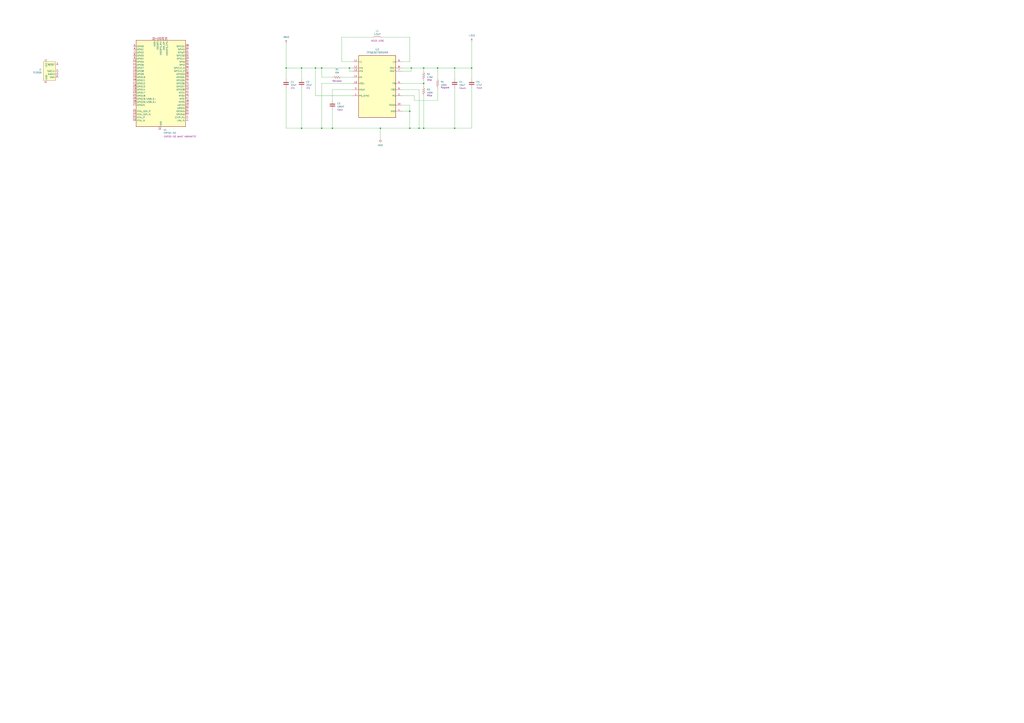
<source format=kicad_sch>
(kicad_sch (version 20231120) (generator "eeschema") (generator_version "8.0")
  (paper "A1")
  (lib_symbols
    (symbol "Connector:Conn_ARM_SWD_TagConnect_TC2030-NL" (in_bom no)
      (property "Reference" "J" (at 2.54 11.43 0))
      (property "Value" "Conn_ARM_SWD_TagConnect_TC2030-NL" (at 2.54 8.89 0))
      (symbol "Conn_ARM_SWD_TagConnect_TC2030-NL_0_0"
        (pin power_in line (at -2.54 10.16 270) (length 2.54) (name "VCC") (number "1"))
        (pin bidirectional line (at 7.62 -2.54 180) (length 2.54) (name "SWDIO") (number "2"))
        (pin open_collector line (at 7.62 5.08 180) (length 2.54) (name "~{RESET}") (number "3"))
        (pin output line (at 7.62 0 180) (length 2.54) (name "SWCLK") (number "4"))
        (pin power_in line (at -2.54 -10.16 90) (length 2.54) (name "GND") (number "5"))
        (pin input line (at 7.62 -5.08 180) (length 2.54) (name "SWO") (number "6"))
      )
      (symbol "Conn_ARM_SWD_TagConnect_TC2030-NL_0_1"
        (rectangle (start -5.08 7.62) (end 5.08 -7.62) (fill (type background)))
      )
    )
    (symbol "Device:C" (pin_numbers hide) (pin_names (offset 0.254))
      (property "Reference" "C" (at 0.635 2.54 0))
      (property "Value" "C" (at 0.635 -2.54 0))
      (symbol "C_0_1"
        (polyline (pts (xy -2.032 -0.762) (xy 2.032 -0.762)) (stroke (width 0.508)))
        (polyline (pts (xy -2.032 0.762) (xy 2.032 0.762)) (stroke (width 0.508)))
      )
      (symbol "C_1_1"
        (pin passive line (at 0 3.81 270) (length 2.794) (name "~") (number "1"))
        (pin passive line (at 0 -3.81 90) (length 2.794) (name "~") (number "2"))
      )
    )
    (symbol "Device:L" (pin_numbers hide) (pin_names (offset 1.016) hide)
      (property "Reference" "L" (at -1.27 0 90))
      (property "Value" "L" (at 1.905 0 90))
      (symbol "L_0_1"
        (arc (start 0 -2.54) (mid 0.6323 -1.905) (end 0 -1.27))
        (arc (start 0 -1.27) (mid 0.6323 -0.635) (end 0 0))
        (arc (start 0 0) (mid 0.6323 0.635) (end 0 1.27))
        (arc (start 0 1.27) (mid 0.6323 1.905) (end 0 2.54))
      )
      (symbol "L_1_1"
        (pin passive line (at 0 3.81 270) (length 1.27) (name "1") (number "1"))
        (pin passive line (at 0 -3.81 90) (length 1.27) (name "2") (number "2"))
      )
    )
    (symbol "Device:R_US" (pin_numbers hide) (pin_names (offset 0))
      (property "Reference" "R" (at 2.54 0 90))
      (property "Value" "R_US" (at -2.54 0 90))
      (symbol "R_US_0_1"
        (polyline (pts (xy 0 -2.286) (xy 0 -2.54)))
        (polyline (pts (xy 0 2.286) (xy 0 2.54)))
        (polyline (pts (xy 0 -0.762) (xy 1.016 -1.143) (xy 0 -1.524) (xy -1.016 -1.905) (xy 0 -2.286)))
        (polyline (pts (xy 0 0.762) (xy 1.016 0.381) (xy 0 0) (xy -1.016 -0.381) (xy 0 -0.762)))
        (polyline (pts (xy 0 2.286) (xy 1.016 1.905) (xy 0 1.524) (xy -1.016 1.143) (xy 0 0.762)))
      )
      (symbol "R_US_1_1"
        (pin passive line (at 0 3.81 270) (length 1.27) (name "~") (number "1"))
        (pin passive line (at 0 -3.81 90) (length 1.27) (name "~") (number "2"))
      )
    )
    (symbol "MCU_Espressif:ESP32-S3"
      (property "Reference" "U" (at 10.16 -38.1 0))
      (property "Value" "ESP32-S3" (at 13.97 -40.64 0))
      (symbol "ESP32-S3_0_1"
        (rectangle (start -20.32 35.56) (end 20.32 -35.56) (stroke (width 0.254)) (fill (type background)))
      )
      (symbol "ESP32-S3_1_0"
        (pin bidirectional line (at 22.86 12.7 180) (length 2.54) (name "SPICLK_N") (number "36"))
        (pin bidirectional line (at 22.86 -10.16 180) (length 2.54) (name "MTDO") (number "45"))
        (pin bidirectional line (at 22.86 -22.86 180) (length 2.54) (name "GPIO45") (number "51"))
        (pin passive line (at -5.08 38.1 270) (length 2.54) hide (name "VDDA") (number "56"))
      )
      (symbol "ESP32-S3_1_1"
        (pin bidirectional line (at 22.86 -30.48 180) (length 2.54) (name "LNA_IN") (number "1"))
        (pin bidirectional line (at -22.86 17.78 0) (length 2.54) (name "GPIO5") (number "10"))
        (pin bidirectional line (at -22.86 15.24 0) (length 2.54) (name "GPIO6") (number "11"))
        (pin bidirectional line (at -22.86 12.7 0) (length 2.54) (name "GPIO7") (number "12"))
        (pin bidirectional line (at -22.86 10.16 0) (length 2.54) (name "GPIO8") (number "13"))
        (pin bidirectional line (at -22.86 7.62 0) (length 2.54) (name "GPIO9") (number "14"))
        (pin bidirectional line (at -22.86 5.08 0) (length 2.54) (name "GPIO10") (number "15"))
        (pin bidirectional line (at -22.86 2.54 0) (length 2.54) (name "GPIO11") (number "16"))
        (pin bidirectional line (at -22.86 0 0) (length 2.54) (name "GPIO12") (number "17"))
        (pin bidirectional line (at -22.86 -2.54 0) (length 2.54) (name "GPIO13") (number "18"))
        (pin bidirectional line (at -22.86 -5.08 0) (length 2.54) (name "GPIO14") (number "19"))
        (pin power_in line (at -2.54 38.1 270) (length 2.54) (name "VDD3P3") (number "2"))
        (pin power_in line (at 0 38.1 270) (length 2.54) (name "VDD3P3_RTC") (number "20"))
        (pin passive line (at -22.86 -22.86 0) (length 2.54) (name "XTAL_32K_P") (number "21"))
        (pin passive line (at -22.86 -25.4 0) (length 2.54) (name "XTAL_32K_N") (number "22"))
        (pin bidirectional line (at -22.86 -7.62 0) (length 2.54) (name "GPIO17") (number "23"))
        (pin bidirectional line (at -22.86 -10.16 0) (length 2.54) (name "GPIO18") (number "24"))
        (pin bidirectional line (at -22.86 -12.7 0) (length 2.54) (name "GPIO19/USB_D-") (number "25"))
        (pin bidirectional line (at -22.86 -15.24 0) (length 2.54) (name "GPIO20/USB_D+") (number "26"))
        (pin bidirectional line (at -22.86 -17.78 0) (length 2.54) (name "GPIO21") (number "27"))
        (pin bidirectional line (at 22.86 30.48 180) (length 2.54) (name "SPICS1") (number "28"))
        (pin power_in line (at 2.54 38.1 270) (length 2.54) (name "VDD_SPI") (number "29"))
        (pin passive line (at -2.54 38.1 270) (length 2.54) hide (name "VDD3P3") (number "3"))
        (pin bidirectional line (at 22.86 27.94 180) (length 2.54) (name "SPIHD") (number "30"))
        (pin bidirectional line (at 22.86 25.4 180) (length 2.54) (name "SPIWP") (number "31"))
        (pin bidirectional line (at 22.86 22.86 180) (length 2.54) (name "SPICS0") (number "32"))
        (pin bidirectional line (at 22.86 20.32 180) (length 2.54) (name "SPICLK") (number "33"))
        (pin bidirectional line (at 22.86 17.78 180) (length 2.54) (name "SPIQ") (number "34"))
        (pin bidirectional line (at 22.86 15.24 180) (length 2.54) (name "SPID") (number "35"))
        (pin bidirectional line (at 22.86 10.16 180) (length 2.54) (name "SPICLK_P") (number "37"))
        (pin bidirectional line (at 22.86 7.62 180) (length 2.54) (name "GPIO33") (number "38"))
        (pin bidirectional line (at 22.86 5.08 180) (length 2.54) (name "GPIO34") (number "39"))
        (pin input line (at 22.86 -27.94 180) (length 2.54) (name "CHIP_PU") (number "4"))
        (pin bidirectional line (at 22.86 2.54 180) (length 2.54) (name "GPIO35") (number "40"))
        (pin bidirectional line (at 22.86 0 180) (length 2.54) (name "GPIO36") (number "41"))
        (pin bidirectional line (at 22.86 -2.54 180) (length 2.54) (name "GPIO37") (number "42"))
        (pin bidirectional line (at 22.86 -5.08 180) (length 2.54) (name "GPIO38") (number "43"))
        (pin bidirectional line (at 22.86 -7.62 180) (length 2.54) (name "MTCK") (number "44"))
        (pin power_in line (at 5.08 38.1 270) (length 2.54) (name "VDD3P3_CPU") (number "46"))
        (pin bidirectional line (at 22.86 -12.7 180) (length 2.54) (name "MTDI") (number "47"))
        (pin bidirectional line (at 22.86 -15.24 180) (length 2.54) (name "MTMS") (number "48"))
        (pin bidirectional line (at 22.86 -17.78 180) (length 2.54) (name "U0TXD") (number "49"))
        (pin bidirectional line (at -22.86 30.48 0) (length 2.54) (name "GPIO0") (number "5"))
        (pin bidirectional line (at 22.86 -20.32 180) (length 2.54) (name "U0RXD") (number "50"))
        (pin bidirectional line (at 22.86 -25.4 180) (length 2.54) (name "GPIO46") (number "52"))
        (pin output line (at -22.86 -30.48 0) (length 2.54) (name "XTAL_N") (number "53"))
        (pin input line (at -22.86 -27.94 0) (length 2.54) (name "XTAL_P") (number "54"))
        (pin power_in line (at -5.08 38.1 270) (length 2.54) (name "VDDA") (number "55"))
        (pin power_in line (at 0 -38.1 90) (length 2.54) (name "GND") (number "57"))
        (pin bidirectional line (at -22.86 27.94 0) (length 2.54) (name "GPIO1") (number "6"))
        (pin bidirectional line (at -22.86 25.4 0) (length 2.54) (name "GPIO2") (number "7"))
        (pin bidirectional line (at -22.86 22.86 0) (length 2.54) (name "GPIO3") (number "8"))
        (pin bidirectional line (at -22.86 20.32 0) (length 2.54) (name "GPIO4") (number "9"))
      )
    )
    (symbol "TI:TPS63070RNMR" (pin_names (offset 0.254))
      (property "Reference" "U" (at 0 2.54 0))
      (property "Value" "TPS63070RNMR" (at 0 0 0))
      (symbol "TPS63070RNMR_0_1"
        (polyline (pts (xy -15.24 -25.4) (xy 15.24 -25.4)) (stroke (width 0.2032)))
        (polyline (pts (xy -15.24 25.4) (xy -15.24 -25.4)) (stroke (width 0.2032)))
        (polyline (pts (xy 15.24 -25.4) (xy 15.24 25.4)) (stroke (width 0.2032)))
        (polyline (pts (xy 15.24 25.4) (xy -15.24 25.4)) (stroke (width 0.2032)))
        (pin input line (at -20.32 -7.62 0) (length 5.08) (name "PS_SYNC") (number "1"))
        (pin power_in line (at 20.32 -15.24 180) (length 5.08) (name "PGND") (number "10"))
        (pin unspecified line (at -20.32 20.32 0) (length 5.08) (name "L1") (number "11"))
        (pin power_in line (at -20.32 15.24 0) (length 5.08) (name "VIN") (number "12"))
        (pin power_in line (at -20.32 12.7 0) (length 5.08) (name "VIN") (number "13"))
        (pin input line (at -20.32 7.62 0) (length 5.08) (name "EN") (number "14"))
        (pin input line (at -20.32 2.54 0) (length 5.08) (name "VSEL") (number "15"))
        (pin open_collector line (at 20.32 -7.62 180) (length 5.08) (name "PG") (number "2"))
        (pin unspecified line (at -20.32 -2.54 0) (length 5.08) (name "VAUX") (number "3"))
        (pin power_in line (at 20.32 -20.32 180) (length 5.08) (name "GND") (number "4"))
        (pin output line (at 20.32 2.54 180) (length 5.08) (name "FB") (number "5"))
        (pin input line (at 20.32 -2.54 180) (length 5.08) (name "FB2") (number "6"))
        (pin power_in line (at 20.32 12.7 180) (length 5.08) (name "VOUT") (number "7"))
        (pin power_in line (at 20.32 15.24 180) (length 5.08) (name "VOUT") (number "8"))
        (pin unspecified line (at 20.32 20.32 180) (length 5.08) (name "L2") (number "9"))
      )
      (symbol "TPS63070RNMR_1_1"
        (rectangle (start -15.24 25.4) (end 15.24 -25.4) (fill (type background)))
      )
    )
    (symbol "power:+3V3" (power) (pin_numbers hide) (pin_names (offset 0) hide)
      (property "Value" "+3V3" (at 0 3.556 0))
      (symbol "+3V3_0_1"
        (polyline (pts (xy -0.762 1.27) (xy 0 2.54)))
        (polyline (pts (xy 0 0) (xy 0 2.54)))
        (polyline (pts (xy 0 2.54) (xy 0.762 1.27)))
      )
      (symbol "+3V3_1_1"
        (pin power_in line (at 0 0 90) (length 0) (name "~") (number "1"))
      )
    )
    (symbol "power:GND" (power) (pin_numbers hide) (pin_names (offset 0) hide)
      (property "Value" "GND" (at 0 -3.81 0))
      (symbol "GND_0_1"
        (polyline (pts (xy 0 0) (xy 0 -1.27) (xy 1.27 -1.27) (xy 0 -2.54) (xy -1.27 -1.27) (xy 0 -1.27)))
      )
      (symbol "GND_1_1"
        (pin power_in line (at 0 0 270) (length 0) (name "~") (number "1"))
      )
    )
    (symbol "power:VBUS" (power) (pin_numbers hide) (pin_names (offset 0) hide)
      (property "Value" "VBUS" (at 0 3.556 0))
      (symbol "VBUS_0_1"
        (polyline (pts (xy -0.762 1.27) (xy 0 2.54)))
        (polyline (pts (xy 0 0) (xy 0 2.54)))
        (polyline (pts (xy 0 2.54) (xy 0.762 1.27)))
      )
      (symbol "VBUS_1_1"
        (pin power_in line (at 0 0 90) (length 0) (name "~") (number "1"))
      )
    )
  )
  (junction (at 344.17 105.41))
  (junction (at 312.42 105.41))
  (junction (at 247.65 105.41))
  (junction (at 359.41 55.88))
  (junction (at 347.98 105.41))
  (junction (at 259.08 55.88))
  (junction (at 247.65 55.88))
  (junction (at 337.82 55.88))
  (junction (at 387.35 55.88))
  (junction (at 264.16 55.88))
  (junction (at 336.55 91.44))
  (junction (at 347.98 68.58))
  (junction (at 287.02 55.88))
  (junction (at 373.38 55.88))
  (junction (at 373.38 105.41))
  (junction (at 264.16 105.41))
  (junction (at 273.05 105.41))
  (junction (at 336.55 105.41))
  (junction (at 347.98 55.88))
  (junction (at 234.95 55.88))
  (wire (pts (xy 373.38 55.88) (xy 373.38 64.77)))
  (wire (pts (xy 359.41 55.88) (xy 373.38 55.88)))
  (wire (pts (xy 264.16 68.58) (xy 264.16 105.41)))
  (wire (pts (xy 347.98 68.58) (xy 347.98 66.04)))
  (wire (pts (xy 247.65 55.88) (xy 234.95 55.88)))
  (wire (pts (xy 340.36 78.74) (xy 340.36 82.55)))
  (wire (pts (xy 387.35 55.88) (xy 387.35 64.77)))
  (wire (pts (xy 330.2 73.66) (xy 344.17 73.66)))
  (wire (pts (xy 373.38 55.88) (xy 387.35 55.88)))
  (wire (pts (xy 264.16 105.41) (xy 273.05 105.41)))
  (wire (pts (xy 336.55 91.44) (xy 336.55 105.41)))
  (wire (pts (xy 359.41 82.55) (xy 359.41 72.39)))
  (wire (pts (xy 259.08 55.88) (xy 247.65 55.88)))
  (wire (pts (xy 359.41 55.88) (xy 359.41 64.77)))
  (wire (pts (xy 280.67 50.8) (xy 289.56 50.8)))
  (wire (pts (xy 373.38 105.41) (xy 387.35 105.41)))
  (wire (pts (xy 273.05 73.66) (xy 289.56 73.66)))
  (wire (pts (xy 344.17 73.66) (xy 344.17 105.41)))
  (wire (pts (xy 234.95 55.88) (xy 234.95 64.77)))
  (wire (pts (xy 344.17 105.41) (xy 347.98 105.41)))
  (wire (pts (xy 330.2 91.44) (xy 336.55 91.44)))
  (wire (pts (xy 289.56 78.74) (xy 259.08 78.74)))
  (wire (pts (xy 234.95 72.39) (xy 234.95 105.41)))
  (wire (pts (xy 273.05 82.55) (xy 273.05 73.66)))
  (wire (pts (xy 337.82 58.42) (xy 337.82 55.88)))
  (wire (pts (xy 264.16 55.88) (xy 259.08 55.88)))
  (wire (pts (xy 234.95 105.41) (xy 247.65 105.41)))
  (wire (pts (xy 280.67 63.5) (xy 289.56 63.5)))
  (wire (pts (xy 247.65 105.41) (xy 264.16 105.41)))
  (wire (pts (xy 337.82 55.88) (xy 347.98 55.88)))
  (wire (pts (xy 312.42 114.3) (xy 312.42 105.41)))
  (wire (pts (xy 264.16 63.5) (xy 264.16 55.88)))
  (wire (pts (xy 280.67 30.48) (xy 280.67 50.8)))
  (wire (pts (xy 273.05 105.41) (xy 312.42 105.41)))
  (wire (pts (xy 312.42 105.41) (xy 336.55 105.41)))
  (wire (pts (xy 387.35 55.88) (xy 387.35 34.29)))
  (wire (pts (xy 330.2 50.8) (xy 336.55 50.8)))
  (wire (pts (xy 347.98 68.58) (xy 347.98 71.12)))
  (wire (pts (xy 273.05 63.5) (xy 264.16 63.5)))
  (wire (pts (xy 340.36 82.55) (xy 359.41 82.55)))
  (wire (pts (xy 373.38 105.41) (xy 373.38 72.39)))
  (wire (pts (xy 259.08 78.74) (xy 259.08 55.88)))
  (wire (pts (xy 273.05 90.17) (xy 273.05 105.41)))
  (wire (pts (xy 330.2 55.88) (xy 337.82 55.88)))
  (wire (pts (xy 330.2 86.36) (xy 336.55 86.36)))
  (wire (pts (xy 347.98 55.88) (xy 359.41 55.88)))
  (wire (pts (xy 247.65 55.88) (xy 247.65 64.77)))
  (wire (pts (xy 336.55 50.8) (xy 336.55 30.48)))
  (wire (pts (xy 336.55 105.41) (xy 344.17 105.41)))
  (wire (pts (xy 330.2 68.58) (xy 347.98 68.58)))
  (wire (pts (xy 387.35 72.39) (xy 387.35 105.41)))
  (wire (pts (xy 289.56 68.58) (xy 264.16 68.58)))
  (wire (pts (xy 289.56 58.42) (xy 287.02 58.42)))
  (wire (pts (xy 347.98 78.74) (xy 347.98 105.41)))
  (wire (pts (xy 336.55 30.48) (xy 313.69 30.48)))
  (wire (pts (xy 287.02 58.42) (xy 287.02 55.88)))
  (wire (pts (xy 347.98 55.88) (xy 347.98 58.42)))
  (wire (pts (xy 336.55 86.36) (xy 336.55 91.44)))
  (wire (pts (xy 234.95 55.88) (xy 234.95 35.56)))
  (wire (pts (xy 330.2 58.42) (xy 337.82 58.42)))
  (wire (pts (xy 289.56 55.88) (xy 287.02 55.88)))
  (wire (pts (xy 330.2 78.74) (xy 340.36 78.74)))
  (wire (pts (xy 247.65 72.39) (xy 247.65 105.41)))
  (wire (pts (xy 347.98 105.41) (xy 373.38 105.41)))
  (wire (pts (xy 306.07 30.48) (xy 280.67 30.48)))
  (wire (pts (xy 287.02 55.88) (xy 264.16 55.88)))
  (symbol (lib_id "Device:C") (at 273.05 86.36 0) (unit 1)
    (property "Reference" "C3" (at 276.86 85.0899 0) (effects (justify left)))
    (property "Value" "100nF" (at 276.86 87.6299 0) (effects (justify left)))
    (property "Footprint" "Capacitor_SMD:C_0402_1005Metric" (effects (hide yes)))
    (property "Description" "Caux" (at 279.4 90.17 0))
    (property "LCSC" "C1525" (effects (hide yes)))
  )
  (symbol (lib_id "Device:C") (at 387.35 68.58 0) (unit 1)
    (property "Reference" "C5" (at 391.16 67.3099 0) (effects (justify left)))
    (property "Value" "47uF" (at 391.16 69.8499 0) (effects (justify left)))
    (property "Footprint" "Capacitor_SMD:C_1206_3216Metric" (effects (hide yes)))
    (property "Description" "Cout" (at 393.7 72.136 0))
    (property "LCSC" " C16780" (effects (hide yes)))
  )
  (symbol (lib_id "Device:C") (at 247.65 68.58 0) (unit 1)
    (property "Reference" "C2" (at 251.46 67.3099 0) (effects (justify left)))
    (property "Value" "22uF" (at 251.46 69.8499 0) (effects (justify left)))
    (property "Footprint" "Capacitor_SMD:C_1206_3216Metric" (effects (hide yes)))
    (property "Description" "Cin" (at 253.238 72.39 0))
    (property "LCSC" "C12891" (effects (hide yes)))
  )
  (symbol (lib_id "Device:L") (at 309.88 30.48 90) (unit 1)
    (property "Reference" "L1" (at 309.88 25.4 90))
    (property "Value" "1.5uH" (at 309.88 27.94 90))
    (property "Footprint" "Inductor_SMD:L_Coilcraft_XAL4020-XXX" (effects (hide yes)))
    (property "Description" "NEED LCSC" (at 310.134 33.528 90))
  )
  (symbol (lib_id "Device:C") (at 234.95 68.58 0) (unit 1)
    (property "Reference" "C1" (at 238.76 67.3099 0) (effects (justify left)))
    (property "Value" "22uF" (at 238.76 69.8499 0) (effects (justify left)))
    (property "Footprint" "Capacitor_SMD:C_1206_3216Metric" (effects (hide yes)))
    (property "Description" "Cin" (at 240.538 72.39 0))
    (property "LCSC" "C12891" (effects (hide yes)))
  )
  (symbol (lib_id "Device:R_US") (at 359.41 68.58 0) (unit 1)
    (property "Reference" "R4" (at 361.95 67.3099 0) (effects (justify left)))
    (property "Value" "100K" (at 361.95 69.8499 0) (effects (justify left)))
    (property "Footprint" "Resistor_SMD:R_0603_1608Metric" (effects (hide yes)))
    (property "Description" "Rpgood" (at 365.506 71.882 0))
    (property "LCSC" "C25803" (effects (hide yes)))
  )
  (symbol (lib_id "TI:TPS63070RNMR") (at 309.88 71.12 0) (unit 1)
    (property "Reference" "U2" (at 309.88 40.64 0) (effects (font (size 1.524 1.524))))
    (property "Value" "TPS63070RNMR" (at 309.88 43.18 0) (effects (font (size 1.524 1.524))))
    (property "Footprint" "TI:RNM0015A" (effects (hide yes)))
    (property "Datasheet" "TPS63070RNMR" (effects (hide yes)))
    (property "LCSC" "C109322" (effects (hide yes)))
  )
  (symbol (lib_id "Device:R_US") (at 347.98 74.93 0) (unit 1)
    (property "Reference" "R3" (at 350.52 73.6599 0) (effects (justify left)))
    (property "Value" "150K" (at 350.52 76.1999 0) (effects (justify left)))
    (property "Footprint" "Resistor_SMD:R_0603_1608Metric" (effects (hide yes)))
    (property "Description" "Rfbb" (at 352.806 78.486 0))
    (property "LCSC" " C22807" (effects (hide yes)))
  )
  (symbol (lib_id "MCU_Espressif:ESP32-S3") (at 132.08 68.58 0) (unit 1)
    (property "Reference" "U1" (at 134.2741 106.68 0) (effects (justify left)))
    (property "Value" "ESP32-S3" (at 134.2741 109.22 0) (effects (justify left)))
    (property "Footprint" "Package_DFN_QFN:QFN-56-1EP_7x7mm_P0.4mm_EP4x4mm" (effects (hide yes)))
    (property "Datasheet" "https://www.espressif.com/sites/default/files/documentation/esp32-s3_datasheet_en.pdf" (effects (hide yes)))
    (property "Description" "ESP32-S3 WHAT VARIANT??" (at 147.828 112.268 0))
  )
  (symbol (lib_id "power:GND") (at 312.42 114.3 0) (unit 1)
    (property "Reference" "#PWR02" (effects (hide yes)))
    (property "Value" "GND" (at 312.42 119.38 0))
    (property "Description" "Power symbol creates a global label with name \"GND\" , ground" (effects (hide yes)))
  )
  (symbol (lib_id "Device:R_US") (at 347.98 62.23 0) (unit 1)
    (property "Reference" "R2" (at 350.52 60.9599 0) (effects (justify left)))
    (property "Value" "470K" (at 350.52 63.4999 0) (effects (justify left)))
    (property "Footprint" "Resistor_SMD:R_0603_1608Metric" (effects (hide yes)))
    (property "Description" "Rfbt" (at 352.806 65.786 0))
    (property "LCSC" "C23178" (effects (hide yes)))
  )
  (symbol (lib_id "Device:R_US") (at 276.86 63.5 90) (unit 1)
    (property "Reference" "R1" (at 276.86 57.15 90))
    (property "Value" "10K" (at 276.86 59.69 90))
    (property "Footprint" "Resistor_SMD:R_0402_1005Metric" (effects (hide yes)))
    (property "Description" "Renable" (at 276.86 66.548 90))
    (property "LCSC" "C25744" (effects (hide yes)))
  )
  (symbol (lib_id "Connector:Conn_ARM_SWD_TagConnect_TC2030-NL") (at 40.64 58.42 0) (unit 1) (in_bom no)
    (property "Reference" "J1" (at 34.29 57.1499 0) (effects (justify right)))
    (property "Value" "TC2030" (at 34.29 59.6899 0) (effects (justify right)))
    (property "Footprint" "Connector:Tag-Connect_TC2030-IDC-NL_2x03_P1.27mm_Vertical" (effects (hide yes)))
    (property "Datasheet" "https://www.tag-connect.com/wp-content/uploads/bsk-pdf-manager/TC2030-CTX_1.pdf" (effects (hide yes)))
    (property "Description" "Tag-Connect ARM Cortex SWD JTAG connector, 6 pin, no legs" (effects (hide yes)))
  )
  (symbol (lib_id "power:+3V3") (at 387.35 34.29 0) (unit 1)
    (property "Reference" "#PWR01" (effects (hide yes)))
    (property "Value" "+3V3" (at 387.35 29.21 0))
    (property "Description" "Power symbol creates a global label with name \"+3V3\"" (effects (hide yes)))
  )
  (symbol (lib_id "power:VBUS") (at 234.95 35.56 0) (unit 1)
    (property "Reference" "#PWR03" (effects (hide yes)))
    (property "Value" "VBUS" (at 234.95 30.48 0))
    (property "Description" "Power symbol creates a global label with name \"VBUS\"" (effects (hide yes)))
  )
  (symbol (lib_id "Device:C") (at 373.38 68.58 0) (unit 1)
    (property "Reference" "C4" (at 377.19 67.3099 0) (effects (justify left)))
    (property "Value" "10uF" (at 377.19 69.8499 0) (effects (justify left)))
    (property "Footprint" "Capacitor_SMD:C_0603_1608Metric" (effects (hide yes)))
    (property "Description" "Coutx" (at 379.984 72.39 0))
    (property "LCSC" "C96446" (effects (hide yes)))
  )
)
</source>
